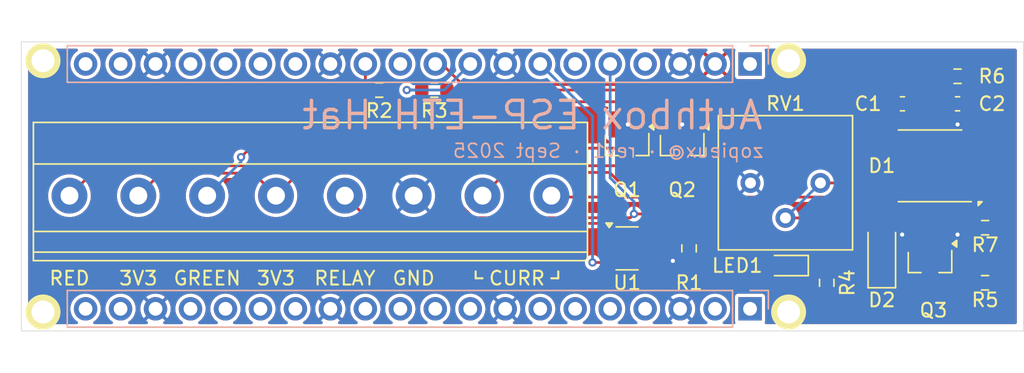
<source format=kicad_pcb>
(kicad_pcb (version 20241229) (generator "pcbnew") (generator_version "9.0")
  (layers (0 "F.Cu" signal) (2 "B.Cu" signal) (13 "F.Paste" user) (15 "B.Paste" user) (5 "F.SilkS" user "F.Silkscreen") (7 "B.SilkS" user "B.Silkscreen") (1 "F.Mask" user) (3 "B.Mask" user) (25 "Edge.Cuts" user))
  (net 0 "")
  (net 1 "Net-(D1-+)")
  (net 2 "GND")
  (net 3 "CURR_LOGIC")
  (net 4 "CURR_A")
  (net 5 "CURR_B")
  (net 6 "+5V")
  (net 7 "Net-(LED1-K)")
  (net 8 "GREEN_LOGIC")
  (net 10 "RED_LOGIC")
  (net 12 "HC_LOGIC")
  (net 14 "+3V3")
  (net 19 "RELAY_OUT")
  (net 20 "LED_GREEN")
  (net 21 "LED_RED")
  (net 25 "Net-(Q1-B)")
  (net 26 "Net-(Q2-B)")
  (net 27 "Net-(Q3-D)")
  (footprint "Diode_SMD:Diode_Bridge_Diotec_ABS" (layer "F.Cu") (at 131.07 103 180)
    (property "Reference" "D1" (at 3.5 0 0) (layer "F.SilkS"))
    (property "Value" "MDB10S")
    (fp_line (start 2.3 2.6) (end -2.3 2.6) (stroke (width 0.12)) (layer "F.SilkS"))
    (fp_line (start 2.3 -2.61) (end -3 -2.61) (stroke (width 0.12)) (layer "F.SilkS"))
    (fp_poly (pts (xy -3.5 -2.61) (xy -3.78 -2.61) (xy -3.5 -2.89) (xy -3.5 -2.61)) (stroke (width 0.12)) (fill yes) (layer "F.SilkS"))
    (pad "1" smd rect (at -2.975 -2 180) (size 1 0.7) (layers "F.Cu" "F.Mask" "F.Paste") (net 1 "Net-(D1-+)"))
    (pad "2" smd rect (at -2.975 2 180) (size 1 0.7) (layers "F.Cu" "F.Mask" "F.Paste") (net 2 "GND"))
    (pad "3" smd rect (at 2.975 2 180) (size 1 0.7) (layers "F.Cu" "F.Mask" "F.Paste") (net 4 "CURR_A"))
    (pad "4" smd rect (at 2.975 -2 180) (size 1 0.7) (layers "F.Cu" "F.Mask" "F.Paste") (net 5 "CURR_B"))
  )
  (footprint "esp32-eth-relay-hat:MountingHole_1.66mm" (layer "F.Cu") (at 120.8 95.37)
    (property "Reference" "MNT4" (hide yes))
    (property "Value" "1.66mm")
    (pad "" np_thru_hole circle (at 0 0) (size 2.54 2.54) (drill 1.66) (layers "*.Mask" "F.SilkS" "Dwgs.User"))
  )
  (footprint "Package_TO_SOT_SMD:SOT-23-5" (layer "F.Cu") (at 109.07 109)
    (property "Reference" "U1" (at 0 2.5 180) (layer "F.SilkS"))
    (property "Value" "MCP1415")
    (fp_line (start 0 -1.56) (end -0.8 -1.56) (stroke (width 0.12)) (layer "F.SilkS"))
    (fp_line (start 0 -1.56) (end 0.8 -1.56) (stroke (width 0.12)) (layer "F.SilkS"))
    (fp_line (start 0 1.56) (end -0.8 1.56) (stroke (width 0.12)) (layer "F.SilkS"))
    (fp_line (start 0 1.56) (end 0.8 1.56) (stroke (width 0.12)) (layer "F.SilkS"))
    (fp_poly (pts (xy -1.3 -1.51) (xy -1.54 -1.84) (xy -1.06 -1.84)) (stroke (width 0.12)) (fill yes) (layer "F.SilkS"))
    (pad "1" smd roundrect (at -1.1375 -0.95) (size 1.325 0.6) (layers "F.Cu" "F.Mask" "F.Paste"))
    (pad "2" smd roundrect (at -1.1375 0) (size 1.325 0.6) (layers "F.Cu" "F.Mask" "F.Paste") (net 6 "+5V"))
    (pad "3" smd roundrect (at -1.1375 0.95) (size 1.325 0.6) (layers "F.Cu" "F.Mask" "F.Paste") (net 12 "HC_LOGIC"))
    (pad "4" smd roundrect (at 1.1375 0.95) (size 1.325 0.6) (layers "F.Cu" "F.Mask" "F.Paste") (net 2 "GND"))
    (pad "5" smd roundrect (at 1.1375 -0.95) (size 1.325 0.6) (layers "F.Cu" "F.Mask" "F.Paste") (net 19 "RELAY_OUT"))
  )
  (footprint "Package_TO_SOT_SMD:SOT-23_Handsoldering" (layer "F.Cu") (at 131.07 110 -90)
    (property "Reference" "Q3" (at 3.5 -0.25 0) (layer "F.SilkS"))
    (property "Value" "2N7002L")
    (fp_line (start 0.76 1.58) (end -0.7 1.58) (stroke (width 0.12)) (layer "F.SilkS"))
    (fp_line (start 0.76 1.58) (end 0.76 0.65) (stroke (width 0.12)) (layer "F.SilkS"))
    (fp_line (start -0.04 -1.58) (end -0.84 -1.58) (stroke (width 0.12)) (layer "F.SilkS"))
    (fp_line (start -0.04 -1.58) (end 0.76 -1.58) (stroke (width 0.12)) (layer "F.SilkS"))
    (fp_line (start 0.76 -1.58) (end 0.76 -0.65) (stroke (width 0.12)) (layer "F.SilkS"))
    (fp_poly (pts (xy -1.34 -1.61) (xy -1.58 -1.94) (xy -1.1 -1.94) (xy -1.34 -1.61)) (stroke (width 0.12)) (fill yes) (layer "F.SilkS"))
    (pad "1" smd roundrect (at -1.5 -0.95 270) (size 1.9 0.8) (layers "F.Cu" "F.Mask" "F.Paste") (net 1 "Net-(D1-+)"))
    (pad "2" smd roundrect (at -1.5 0.95 270) (size 1.9 0.8) (layers "F.Cu" "F.Mask" "F.Paste") (net 2 "GND"))
    (pad "3" smd roundrect (at 1.5 0 270) (size 1.9 0.8) (layers "F.Cu" "F.Mask" "F.Paste") (net 27 "Net-(Q3-D)"))
  )
  (footprint "esp32-eth-relay-hat:MountingHole_1.66mm" (layer "F.Cu") (at 120.8 113.62)
    (property "Reference" "MNT3" (hide yes))
    (property "Value" "1.66mm")
    (pad "" np_thru_hole circle (at 0 0) (size 2.54 2.54) (drill 1.66) (layers "*.Mask" "F.SilkS" "Dwgs.User"))
  )
  (footprint "Resistor_SMD:R_0603_1608Metric_Pad0.98x0.95mm_HandSolder" (layer "F.Cu") (at 91.07 97.5)
    (property "Reference" "R2" (at 0 1.5 0) (layer "F.SilkS"))
    (property "Value" "3k3")
    (fp_line (start -0.254724 -0.5225) (end 0.254724 -0.5225) (stroke (width 0.12)) (layer "F.SilkS"))
    (fp_line (start -0.254724 0.5225) (end 0.254724 0.5225) (stroke (width 0.12)) (layer "F.SilkS"))
    (pad "1" smd roundrect (at -0.9125 0) (size 0.975 0.95) (layers "F.Cu" "F.Mask" "F.Paste") (net 10 "RED_LOGIC"))
    (pad "2" smd roundrect (at 0.9125 0) (size 0.975 0.95) (layers "F.Cu" "F.Mask" "F.Paste") (net 25 "Net-(Q1-B)"))
  )
  (footprint "Diode_SMD:D_SOD-123" (layer "F.Cu") (at 127.57 109.5 90)
    (property "Reference" "D2" (at -3.25 0 180) (layer "F.SilkS"))
    (property "Value" "MMSZ12T")
    (fp_line (start -2.36 -1) (end 1.65 -1) (stroke (width 0.12)) (layer "F.SilkS"))
    (fp_line (start -2.36 -1) (end -2.36 1) (stroke (width 0.12)) (layer "F.SilkS"))
    (fp_line (start -2.36 1) (end 1.65 1) (stroke (width 0.12)) (layer "F.SilkS"))
    (pad "1" smd roundrect (at -1.65 0 90) (size 0.9 1.2) (layers "F.Cu" "F.Mask" "F.Paste") (net 1 "Net-(D1-+)"))
    (pad "2" smd roundrect (at 1.65 0 90) (size 0.9 1.2) (layers "F.Cu" "F.Mask" "F.Paste") (net 2 "GND"))
  )
  (footprint "LED_SMD:LED_0603_1608Metric_Pad1.05x0.95mm_HandSolder" (layer "F.Cu") (at 120.57 110.25 180)
    (property "Reference" "LED1" (at 3.5 0 0) (layer "F.SilkS"))
    (property "Value" "LED")
    (fp_line (start 0.8 -0.735) (end -1.66 -0.735) (stroke (width 0.12)) (layer "F.SilkS"))
    (fp_line (start -1.66 0.735) (end 0.8 0.735) (stroke (width 0.12)) (layer "F.SilkS"))
    (fp_line (start -1.66 -0.735) (end -1.66 0.735) (stroke (width 0.12)) (layer "F.SilkS"))
    (pad "1" smd roundrect (at -0.875 0 180) (size 1.05 0.95) (layers "F.Cu" "F.Mask" "F.Paste") (net 7 "Net-(LED1-K)"))
    (pad "2" smd roundrect (at 0.875 0 180) (size 1.05 0.95) (layers "F.Cu" "F.Mask" "F.Paste") (net 6 "+5V"))
  )
  (footprint "Resistor_SMD:R_0603_1608Metric_Pad0.98x0.95mm_HandSolder" (layer "F.Cu") (at 113.57 109 -90)
    (property "Reference" "R1" (at 2.5 0 0) (layer "F.SilkS"))
    (property "Value" "4k7")
    (fp_line (start -0.254724 0.5225) (end 0.254724 0.5225) (stroke (width 0.12)) (layer "F.SilkS"))
    (fp_line (start -0.254724 -0.5225) (end 0.254724 -0.5225) (stroke (width 0.12)) (layer "F.SilkS"))
    (pad "1" smd roundrect (at -0.9125 0 270) (size 0.975 0.95) (layers "F.Cu" "F.Mask" "F.Paste") (net 14 "+3V3"))
    (pad "2" smd roundrect (at 0.9125 0 270) (size 0.975 0.95) (layers "F.Cu" "F.Mask" "F.Paste") (net 12 "HC_LOGIC"))
  )
  (footprint "Resistor_SMD:R_0603_1608Metric_Pad0.98x0.95mm_HandSolder" (layer "F.Cu") (at 135.07 111.5 180)
    (property "Reference" "R5" (at 0 -1.25 0) (layer "F.SilkS"))
    (property "Value" "100")
    (fp_line (start -0.254724 0.5225) (end 0.254724 0.5225) (stroke (width 0.12)) (layer "F.SilkS"))
    (fp_line (start -0.254724 -0.5225) (end 0.254724 -0.5225) (stroke (width 0.12)) (layer "F.SilkS"))
    (pad "1" smd roundrect (at -0.9125 0 180) (size 0.975 0.95) (layers "F.Cu" "F.Mask" "F.Paste") (net 3 "CURR_LOGIC"))
    (pad "2" smd roundrect (at 0.9125 0 180) (size 0.975 0.95) (layers "F.Cu" "F.Mask" "F.Paste") (net 27 "Net-(Q3-D)"))
  )
  (footprint "Package_TO_SOT_SMD:SOT-23_Handsoldering" (layer "F.Cu") (at 113.07 101.5 -90)
    (property "Reference" "Q2" (at 3.25 0 180) (layer "F.SilkS"))
    (property "Value" "BC846")
    (fp_line (start 0.76 1.58) (end -0.7 1.58) (stroke (width 0.12)) (layer "F.SilkS"))
    (fp_line (start 0.76 1.58) (end 0.76 0.65) (stroke (width 0.12)) (layer "F.SilkS"))
    (fp_line (start -0.04 -1.58) (end -0.84 -1.58) (stroke (width 0.12)) (layer "F.SilkS"))
    (fp_line (start -0.04 -1.58) (end 0.76 -1.58) (stroke (width 0.12)) (layer "F.SilkS"))
    (fp_line (start 0.76 -1.58) (end 0.76 -0.65) (stroke (width 0.12)) (layer "F.SilkS"))
    (fp_poly (pts (xy -1.34 -1.61) (xy -1.58 -1.94) (xy -1.1 -1.94) (xy -1.34 -1.61)) (stroke (width 0.12)) (fill yes) (layer "F.SilkS"))
    (pad "1" smd roundrect (at -1.5 -0.95 270) (size 1.9 0.8) (layers "F.Cu" "F.Mask" "F.Paste") (net 26 "Net-(Q2-B)"))
    (pad "2" smd roundrect (at -1.5 0.95 270) (size 1.9 0.8) (layers "F.Cu" "F.Mask" "F.Paste") (net 2 "GND"))
    (pad "3" smd roundrect (at 1.5 0 270) (size 1.9 0.8) (layers "F.Cu" "F.Mask" "F.Paste") (net 20 "LED_GREEN"))
  )
  (footprint "Package_TO_SOT_SMD:SOT-23_Handsoldering" (layer "F.Cu") (at 109.07 101.5 -90)
    (property "Reference" "Q1" (at 3.25 0 180) (layer "F.SilkS"))
    (property "Value" "BC846")
    (fp_line (start 0.76 1.58) (end -0.7 1.58) (stroke (width 0.12)) (layer "F.SilkS"))
    (fp_line (start 0.76 1.58) (end 0.76 0.65) (stroke (width 0.12)) (layer "F.SilkS"))
    (fp_line (start -0.04 -1.58) (end -0.84 -1.58) (stroke (width 0.12)) (layer "F.SilkS"))
    (fp_line (start -0.04 -1.58) (end 0.76 -1.58) (stroke (width 0.12)) (layer "F.SilkS"))
    (fp_line (start 0.76 -1.58) (end 0.76 -0.65) (stroke (width 0.12)) (layer "F.SilkS"))
    (fp_poly (pts (xy -1.34 -1.61) (xy -1.58 -1.94) (xy -1.1 -1.94) (xy -1.34 -1.61)) (stroke (width 0.12)) (fill yes) (layer "F.SilkS"))
    (pad "1" smd roundrect (at -1.5 -0.95 270) (size 1.9 0.8) (layers "F.Cu" "F.Mask" "F.Paste") (net 25 "Net-(Q1-B)"))
    (pad "2" smd roundrect (at -1.5 0.95 270) (size 1.9 0.8) (layers "F.Cu" "F.Mask" "F.Paste") (net 2 "GND"))
    (pad "3" smd roundrect (at 1.5 0 270) (size 1.9 0.8) (layers "F.Cu" "F.Mask" "F.Paste") (net 21 "LED_RED"))
  )
  (footprint "Resistor_SMD:R_0603_1608Metric_Pad0.98x0.95mm_HandSolder" (layer "F.Cu") (at 133.07 96.5)
    (property "Reference" "R6" (at 2.5 0 0) (layer "F.SilkS"))
    (property "Value" "4k7")
    (fp_line (start -0.254724 -0.5225) (end 0.254724 -0.5225) (stroke (width 0.12)) (layer "F.SilkS"))
    (fp_line (start -0.254724 0.5225) (end 0.254724 0.5225) (stroke (width 0.12)) (layer "F.SilkS"))
    (pad "1" smd roundrect (at -0.9125 0) (size 0.975 0.95) (layers "F.Cu" "F.Mask" "F.Paste") (net 6 "+5V"))
    (pad "2" smd roundrect (at 0.9125 0) (size 0.975 0.95) (layers "F.Cu" "F.Mask" "F.Paste") (net 3 "CURR_LOGIC"))
  )
  (footprint "esp32-eth-relay-hat:MountingHole_1.66mm" (layer "F.Cu") (at 66.65 95.37)
    (property "Reference" "MNT1" (hide yes))
    (property "Value" "1.66mm")
    (pad "" np_thru_hole circle (at 0 0) (size 2.54 2.54) (drill 1.66) (layers "*.Mask" "F.SilkS" "Dwgs.User"))
  )
  (footprint "Resistor_SMD:R_0603_1608Metric_Pad0.98x0.95mm_HandSolder" (layer "F.Cu") (at 95.07 97.5)
    (property "Reference" "R3" (at 0 1.5 0) (layer "F.SilkS"))
    (property "Value" "3k3")
    (fp_line (start -0.254724 -0.5225) (end 0.254724 -0.5225) (stroke (width 0.12)) (layer "F.SilkS"))
    (fp_line (start -0.254724 0.5225) (end 0.254724 0.5225) (stroke (width 0.12)) (layer "F.SilkS"))
    (pad "1" smd roundrect (at -0.9125 0) (size 0.975 0.95) (layers "F.Cu" "F.Mask" "F.Paste") (net 8 "GREEN_LOGIC"))
    (pad "2" smd roundrect (at 0.9125 0) (size 0.975 0.95) (layers "F.Cu" "F.Mask" "F.Paste") (net 26 "Net-(Q2-B)"))
  )
  (footprint "Capacitor_SMD:C_0603_1608Metric_Pad1.08x0.95mm_HandSolder" (layer "F.Cu") (at 129.07 98.5)
    (property "Reference" "C1" (at -2.5 0 0) (layer "F.SilkS"))
    (property "Value" "1µF")
    (fp_line (start -0.146267 -0.51) (end 0.146267 -0.51) (stroke (width 0.12)) (layer "F.SilkS"))
    (fp_line (start -0.146267 0.51) (end 0.146267 0.51) (stroke (width 0.12)) (layer "F.SilkS"))
    (pad "1" smd roundrect (at -0.8625 0) (size 1.075 0.95) (layers "F.Cu" "F.Mask" "F.Paste") (net 1 "Net-(D1-+)"))
    (pad "2" smd roundrect (at 0.8625 0) (size 1.075 0.95) (layers "F.Cu" "F.Mask" "F.Paste") (net 2 "GND"))
  )
  (footprint "Potentiometer_THT:Potentiometer_Bourns_3386P_Vertical" (layer "F.Cu") (at 118.03 104.25 -90)
    (property "Reference" "RV1" (at -5.765 -2.54 180) (layer "F.SilkS"))
    (property "Value" "5M")
    (fp_line (start -4.89 2.335) (end -4.89 -7.415) (stroke (width 0.12)) (layer "F.SilkS"))
    (fp_line (start 4.86 2.335) (end -4.89 2.335) (stroke (width 0.12)) (layer "F.SilkS"))
    (fp_line (start -4.89 -7.415) (end 4.86 -7.415) (stroke (width 0.12)) (layer "F.SilkS"))
    (fp_line (start 4.86 -7.415) (end 4.86 2.335) (stroke (width 0.12)) (layer "F.SilkS"))
    (pad "1" thru_hole circle (at 0 0 270) (size 1.44 1.44) (drill 0.8) (layers "*.Cu" "*.Mask") (net 2 "GND"))
    (pad "2" thru_hole circle (at 2.54 -2.54 270) (size 1.44 1.44) (drill 0.8) (layers "*.Cu" "*.Mask") (net 1 "Net-(D1-+)"))
    (pad "3" thru_hole circle (at 0 -5.08 270) (size 1.44 1.44) (drill 0.8) (layers "*.Cu" "*.Mask") (net 1 "Net-(D1-+)"))
  )
  (footprint "esp32-eth-relay-hat:MountingHole_1.66mm" (layer "F.Cu") (at 66.65 113.62)
    (property "Reference" "MNT2" (hide yes))
    (property "Value" "1.66mm")
    (pad "" np_thru_hole circle (at 0 0) (size 2.54 2.54) (drill 1.66) (layers "*.Mask" "F.SilkS" "Dwgs.User"))
  )
  (footprint "Capacitor_SMD:C_0603_1608Metric_Pad1.08x0.95mm_HandSolder" (layer "F.Cu") (at 133.07 98.5 180)
    (property "Reference" "C2" (at -2.5 0 0) (layer "F.SilkS"))
    (property "Value" "10µF")
    (fp_line (start -0.146267 0.51) (end 0.146267 0.51) (stroke (width 0.12)) (layer "F.SilkS"))
    (fp_line (start -0.146267 -0.51) (end 0.146267 -0.51) (stroke (width 0.12)) (layer "F.SilkS"))
    (pad "1" smd roundrect (at -0.8625 0 180) (size 1.075 0.95) (layers "F.Cu" "F.Mask" "F.Paste") (net 3 "CURR_LOGIC"))
    (pad "2" smd roundrect (at 0.8625 0 180) (size 1.075 0.95) (layers "F.Cu" "F.Mask" "F.Paste") (net 2 "GND"))
  )
  (footprint "Resistor_SMD:R_0603_1608Metric_Pad0.98x0.95mm_HandSolder" (layer "F.Cu") (at 135.07 107.5 180)
    (property "Reference" "R7" (at 0 -1.25 0) (layer "F.SilkS"))
    (property "Value" "10k")
    (fp_line (start -0.254724 0.5225) (end 0.254724 0.5225) (stroke (width 0.12)) (layer "F.SilkS"))
    (fp_line (start -0.254724 -0.5225) (end 0.254724 -0.5225) (stroke (width 0.12)) (layer "F.SilkS"))
    (pad "1" smd roundrect (at -0.9125 0 180) (size 0.975 0.95) (layers "F.Cu" "F.Mask" "F.Paste") (net 3 "CURR_LOGIC"))
    (pad "2" smd roundrect (at 0.9125 0 180) (size 0.975 0.95) (layers "F.Cu" "F.Mask" "F.Paste") (net 2 "GND"))
  )
  (footprint "TerminalBlock_Phoenix:TerminalBlock_Phoenix_MKDS-1,5-8_1x08_P5.00mm_Horizontal" (layer "F.Cu") (at 68.57 105.1725)
    (property "Reference" "J1" (hide yes))
    (property "Value" "Conn_01x08")
    (fp_line (start -2.62 -5.32) (end 37.62 -5.32) (stroke (width 0.12)) (layer "F.SilkS"))
    (fp_line (start -2.62 -2.3) (end 37.62 -2.3) (stroke (width 0.12)) (layer "F.SilkS"))
    (fp_line (start -2.62 2.6) (end 37.62 2.6) (stroke (width 0.12)) (layer "F.SilkS"))
    (fp_line (start -2.62 4.1) (end 37.62 4.1) (stroke (width 0.12)) (layer "F.SilkS"))
    (fp_line (start -2.62 4.72) (end -2.62 -5.32) (stroke (width 0.12)) (layer "F.SilkS"))
    (fp_line (start -0.3 4.72) (end -2.62 4.72) (stroke (width 0.12)) (layer "F.SilkS"))
    (fp_line (start 29.5 5.5) (end 29.5 6) (stroke (width 0.15)) (layer "F.SilkS"))
    (fp_line (start 29.5 6) (end 30 6) (stroke (width 0.15)) (layer "F.SilkS"))
    (fp_line (start 35.5 5.5) (end 35.5 6) (stroke (width 0.1)) (layer "F.SilkS"))
    (fp_line (start 35.5 6) (end 35 6) (stroke (width 0.15)) (layer "F.SilkS"))
    (fp_line (start 35.5 6) (end 35.5 5.5) (stroke (width 0.15)) (layer "F.SilkS"))
    (fp_line (start 37.62 -5.32) (end 37.62 4.72) (stroke (width 0.12)) (layer "F.SilkS"))
    (fp_line (start 37.62 4.72) (end -0.3 4.72) (stroke (width 0.12)) (layer "F.SilkS"))
    (fp_text user "3V3" (at 15 6 0) (layer "F.SilkS"))
    (fp_text user "RELAY" (at 20 6 0) (layer "F.SilkS"))
    (fp_text user "GREEN" (at 10 6 0) (layer "F.SilkS"))
    (fp_text user "CURR" (at 32.5 6 0) (layer "F.SilkS"))
    (fp_text user "GND" (at 25 6 0) (layer "F.SilkS"))
    (fp_text user "3V3" (at 5 6 0) (layer "F.SilkS"))
    (fp_text user "RED" (at 0 6 0) (layer "F.SilkS"))
    (pad "1" thru_hole circle (at 0 0) (size 2.6 2.6) (drill 1.3) (layers "*.Cu" "*.Mask") (net 21 "LED_RED"))
    (pad "2" thru_hole circle (at 5 0) (size 2.6 2.6) (drill 1.3) (layers "*.Cu" "*.Mask") (net 14 "+3V3"))
    (pad "3" thru_hole circle (at 10 0) (size 2.6 2.6) (drill 1.3) (layers "*.Cu" "*.Mask") (net 20 "LED_GREEN"))
    (pad "4" thru_hole circle (at 15 0) (size 2.6 2.6) (drill 1.3) (layers "*.Cu" "*.Mask") (net 14 "+3V3"))
    (pad "5" thru_hole circle (at 20 0) (size 2.6 2.6) (drill 1.3) (layers "*.Cu" "*.Mask") (net 19 "RELAY_OUT"))
    (pad "6" thru_hole circle (at 25 0) (size 2.6 2.6) (drill 1.3) (layers "*.Cu" "*.Mask") (net 2 "GND"))
    (pad "7" thru_hole circle (at 30 0) (size 2.6 2.6) (drill 1.3) (layers "*.Cu" "*.Mask") (net 4 "CURR_A"))
    (pad "8" thru_hole circle (at 35 0) (size 2.6 2.6) (drill 1.3) (layers "*.Cu" "*.Mask") (net 5 "CURR_B"))
  )
  (footprint "Resistor_SMD:R_0603_1608Metric_Pad0.98x0.95mm_HandSolder" (layer "F.Cu") (at 123.57 111.5 -90)
    (property "Reference" "R4" (at 0 -1.5 90) (layer "F.SilkS"))
    (property "Value" "1k")
    (fp_line (start -0.254724 0.5225) (end 0.254724 0.5225) (stroke (width 0.12)) (layer "F.SilkS"))
    (fp_line (start -0.254724 -0.5225) (end 0.254724 -0.5225) (stroke (width 0.12)) (layer "F.SilkS"))
    (pad "1" smd roundrect (at -0.9125 0 270) (size 0.975 0.95) (layers "F.Cu" "F.Mask" "F.Paste") (net 7 "Net-(LED1-K)"))
    (pad "2" smd roundrect (at 0.9125 0 270) (size 0.975 0.95) (layers "F.Cu" "F.Mask" "F.Paste") (net 27 "Net-(Q3-D)"))
  )
  (footprint "Connector_PinSocket_2.54mm:PinSocket_1x20_P2.54mm_Vertical" (layer "B.Cu") (at 118 113.39 90)
    (property "Reference" "J2" (hide yes))
    (property "Value" "Conn_ESP_2")
    (fp_line (start -1.33 -49.59) (end 1.33 -49.59) (stroke (width 0.12)) (layer "B.SilkS"))
    (fp_line (start 1.33 -1.27) (end 1.33 -49.59) (stroke (width 0.12)) (layer "B.SilkS"))
    (fp_line (start -1.33 -1.27) (end -1.33 -49.59) (stroke (width 0.12)) (layer "B.SilkS"))
    (fp_line (start -1.33 -1.27) (end 1.33 -1.27) (stroke (width 0.12)) (layer "B.SilkS"))
    (fp_line (start 1.33 1.33) (end 1.33 0) (stroke (width 0.12)) (layer "B.SilkS"))
    (fp_line (start 0 1.33) (end 1.33 1.33) (stroke (width 0.12)) (layer "B.SilkS"))
    (pad "1" thru_hole rect (at 0 0 90) (size 1.7 1.7) (drill 1) (layers "*.Cu" "*.Mask"))
    (pad "2" thru_hole circle (at 0 -2.54 90) (size 1.7 1.7) (drill 1) (layers "*.Cu" "*.Mask"))
    (pad "3" thru_hole circle (at 0 -5.08 90) (size 1.7 1.7) (drill 1) (layers "*.Cu" "*.Mask") (net 2 "GND"))
    (pad "4" thru_hole circle (at 0 -7.62 90) (size 1.7 1.7) (drill 1) (layers "*.Cu" "*.Mask"))
    (pad "5" thru_hole circle (at 0 -10.16 90) (size 1.7 1.7) (drill 1) (layers "*.Cu" "*.Mask"))
    (pad "6" thru_hole circle (at 0 -12.7 90) (size 1.7 1.7) (drill 1) (layers "*.Cu" "*.Mask"))
    (pad "7" thru_hole circle (at 0 -15.24 90) (size 1.7 1.7) (drill 1) (layers "*.Cu" "*.Mask"))
    (pad "8" thru_hole circle (at 0 -17.78 90) (size 1.7 1.7) (drill 1) (layers "*.Cu" "*.Mask") (net 2 "GND"))
    (pad "9" thru_hole circle (at 0 -20.32 90) (size 1.7 1.7) (drill 1) (layers "*.Cu" "*.Mask"))
    (pad "10" thru_hole circle (at 0 -22.86 90) (size 1.7 1.7) (drill 1) (layers "*.Cu" "*.Mask"))
    (pad "11" thru_hole circle (at 0 -25.4 90) (size 1.7 1.7) (drill 1) (layers "*.Cu" "*.Mask"))
    (pad "12" thru_hole circle (at 0 -27.94 90) (size 1.7 1.7) (drill 1) (layers "*.Cu" "*.Mask"))
    (pad "13" thru_hole circle (at 0 -30.48 90) (size 1.7 1.7) (drill 1) (layers "*.Cu" "*.Mask") (net 2 "GND"))
    (pad "14" thru_hole circle (at 0 -33.02 90) (size 1.7 1.7) (drill 1) (layers "*.Cu" "*.Mask"))
    (pad "15" thru_hole circle (at 0 -35.56 90) (size 1.7 1.7) (drill 1) (layers "*.Cu" "*.Mask"))
    (pad "16" thru_hole circle (at 0 -38.1 90) (size 1.7 1.7) (drill 1) (layers "*.Cu" "*.Mask"))
    (pad "17" thru_hole circle (at 0 -40.64 90) (size 1.7 1.7) (drill 1) (layers "*.Cu" "*.Mask"))
    (pad "18" thru_hole circle (at 0 -43.18 90) (size 1.7 1.7) (drill 1) (layers "*.Cu" "*.Mask") (net 2 "GND"))
    (pad "19" thru_hole circle (at 0 -45.72 90) (size 1.7 1.7) (drill 1) (layers "*.Cu" "*.Mask"))
    (pad "20" thru_hole circle (at 0 -48.26 90) (size 1.7 1.7) (drill 1) (layers "*.Cu" "*.Mask"))
  )
  (footprint "Connector_PinSocket_2.54mm:PinSocket_1x20_P2.54mm_Vertical" (layer "B.Cu") (at 118 95.61 90)
    (property "Reference" "J3" (hide yes))
    (property "Value" "Conn_ESP_1")
    (fp_line (start -1.33 -49.59) (end 1.33 -49.59) (stroke (width 0.12)) (layer "B.SilkS"))
    (fp_line (start 1.33 -1.27) (end 1.33 -49.59) (stroke (width 0.12)) (layer "B.SilkS"))
    (fp_line (start -1.33 -1.27) (end -1.33 -49.59) (stroke (width 0.12)) (layer "B.SilkS"))
    (fp_line (start -1.33 -1.27) (end 1.33 -1.27) (stroke (width 0.12)) (layer "B.SilkS"))
    (fp_line (start 1.33 1.33) (end 1.33 0) (stroke (width 0.12)) (layer "B.SilkS"))
    (fp_line (start 0 1.33) (end 1.33 1.33) (stroke (width 0.12)) (layer "B.SilkS"))
    (pad "1" thru_hole rect (at 0 0 90) (size 1.7 1.7) (drill 1) (layers "*.Cu" "*.Mask"))
    (pad "2" thru_hole circle (at 0 -2.54 90) (size 1.7 1.7) (drill 1) (layers "*.Cu" "*.Mask") (net 6 "+5V"))
    (pad "3" thru_hole circle (at 0 -5.08 90) (size 1.7 1.7) (drill 1) (layers "*.Cu" "*.Mask") (net 2 "GND"))
    (pad "4" thru_hole circle (at 0 -7.62 90) (size 1.7 1.7) (drill 1) (layers "*.Cu" "*.Mask"))
    (pad "5" thru_hole circle (at 0 -10.16 90) (size 1.7 1.7) (drill 1) (layers "*.Cu" "*.Mask") (net 14 "+3V3"))
    (pad "6" thru_hole circle (at 0 -12.7 90) (size 1.7 1.7) (drill 1) (layers "*.Cu" "*.Mask"))
    (pad "7" thru_hole circle (at 0 -15.24 90) (size 1.7 1.7) (drill 1) (layers "*.Cu" "*.Mask") (net 12 "HC_LOGIC"))
    (pad "8" thru_hole circle (at 0 -17.78 90) (size 1.7 1.7) (drill 1) (layers "*.Cu" "*.Mask") (net 2 "GND"))
    (pad "9" thru_hole circle (at 0 -20.32 90) (size 1.7 1.7) (drill 1) (layers "*.Cu" "*.Mask") (net 8 "GREEN_LOGIC"))
    (pad "10" thru_hole circle (at 0 -22.86 90) (size 1.7 1.7) (drill 1) (layers "*.Cu" "*.Mask") (net 3 "CURR_LOGIC"))
    (pad "11" thru_hole circle (at 0 -25.4 90) (size 1.7 1.7) (drill 1) (layers "*.Cu" "*.Mask"))
    (pad "12" thru_hole circle (at 0 -27.94 90) (size 1.7 1.7) (drill 1) (layers "*.Cu" "*.Mask") (net 10 "RED_LOGIC"))
    (pad "13" thru_hole circle (at 0 -30.48 90) (size 1.7 1.7) (drill 1) (layers "*.Cu" "*.Mask") (net 2 "GND"))
    (pad "14" thru_hole circle (at 0 -33.02 90) (size 1.7 1.7) (drill 1) (layers "*.Cu" "*.Mask"))
    (pad "15" thru_hole circle (at 0 -35.56 90) (size 1.7 1.7) (drill 1) (layers "*.Cu" "*.Mask"))
    (pad "16" thru_hole circle (at 0 -38.1 90) (size 1.7 1.7) (drill 1) (layers "*.Cu" "*.Mask"))
    (pad "17" thru_hole circle (at 0 -40.64 90) (size 1.7 1.7) (drill 1) (layers "*.Cu" "*.Mask"))
    (pad "18" thru_hole circle (at 0 -43.18 90) (size 1.7 1.7) (drill 1) (layers "*.Cu" "*.Mask") (net 2 "GND"))
    (pad "19" thru_hole circle (at 0 -45.72 90) (size 1.7 1.7) (drill 1) (layers "*.Cu" "*.Mask"))
    (pad "20" thru_hole circle (at 0 -48.26 90) (size 1.7 1.7) (drill 1) (layers "*.Cu" "*.Mask"))
  )
  (gr_rect (start 65.07 94) (end 137.87 115) (stroke (width 0.05)) (fill no) (layer "Edge.Cuts"))
  (gr_text "Authbox ESP-ETH Hat" (at 119.07 100.5 0) (layer "B.SilkS") (effects (font (size 2 2) (thickness 0.25)) (justify left bottom mirror)))
  (gr_text "zopieux@ ⋅ rev1 ⋅ Sept 2025" (at 119.07 102.5 0) (layer "B.SilkS") (effects (font (size 1 1) (thickness 0.125)) (justify left bottom mirror)))
  (segment (start 129.37 111.15) (end 132.02 108.5) (width 0.2) (layer "F.Cu") (net 1))
  (segment (start 134.045 105.6517) (end 132.9067 106.79) (width 0.2) (layer "F.Cu") (net 1))
  (segment (start 126.1429 104.25) (end 123.11 104.25) (width 0.2) (layer "F.Cu") (net 1))
  (segment (start 128.8967 101.4962) (end 126.1429 104.25) (width 0.2) (layer "F.Cu") (net 1))
  (segment (start 132.02 108.5) (end 132.02 106.79) (width 0.2) (layer "F.Cu") (net 1))
  (segment (start 128.2075 98.5) (end 128.8967 99.1892) (width 0.2) (layer "F.Cu") (net 1))
  (segment (start 127.57 111.15) (end 129.37 111.15) (width 0.2) (layer "F.Cu") (net 1))
  (segment (start 132.02 106.79) (end 120.57 106.79) (width 0.2) (layer "F.Cu") (net 1))
  (segment (start 132.9067 106.79) (end 132.02 106.79) (width 0.2) (layer "F.Cu") (net 1))
  (segment (start 134.045 105) (end 134.045 105.6517) (width 0.2) (layer "F.Cu") (net 1))
  (segment (start 128.8967 99.1892) (end 128.8967 101.4962) (width 0.2) (layer "F.Cu") (net 1))
  (segment (start 120.57 106.79) (end 123.11 104.25) (width 0.2) (layer "B.Cu") (net 1))
  (segment (start 127.72 108) (end 127.57 107.85) (width 0.2) (layer "F.Cu") (net 2))
  (segment (start 133.07 100) (end 133.07 99.3625) (width 0.2) (layer "F.Cu") (net 2))
  (segment (start 133.6575 108) (end 134.1575 107.5) (width 0.2) (layer "F.Cu") (net 2))
  (segment (start 112.07 100) (end 112.12 100) (width 0.2) (layer "F.Cu") (net 2))
  (segment (start 129.045812 108) (end 127.72 108) (width 0.2) (layer "F.Cu") (net 2))
  (segment (start 133.07 99.3625) (end 132.2075 98.5) (width 0.2) (layer "F.Cu") (net 2))
  (segment (start 113.07 100) (end 113.02 99.95) (width 0.2) (layer "F.Cu") (net 2))
  (segment (start 133.07 100.025) (end 134.045 101) (width 0.2) (layer "F.Cu") (net 2))
  (segment (start 112.12 99.95) (end 112.07 100) (width 0.2) (layer "F.Cu") (net 2))
  (segment (start 133.07 108) (end 133.6575 108) (width 0.2) (layer "F.Cu") (net 2))
  (segment (start 129.62 108) (end 130.12 108.5) (width 0.2) (layer "F.Cu") (net 2))
  (segment (start 113.02 99.95) (end 112.12 99.95) (width 0.2) (layer "F.Cu") (net 2))
  (segment (start 112.3921 109.9062) (end 110.2513 109.9062) (width 0.2) (layer "F.Cu") (net 2))
  (segment (start 133.07 100) (end 133.07 100.025) (width 0.2) (layer "F.Cu") (net 2))
  (segment (start 109.12 100) (end 108.12 100) (width 0.2) (layer "F.Cu") (net 2))
  (segment (start 110.2513 109.9062) (end 110.2075 109.95) (width 0.2) (layer "F.Cu") (net 2))
  (segment (start 129.9325 98.5) (end 132.2075 98.5) (width 0.2) (layer "F.Cu") (net 2))
  (segment (start 129.045812 108) (end 129.62 108) (width 0.2) (layer "F.Cu") (net 2))
  (via (at 112.3921 109.9062) (size 0.6) (drill 0.3) (layers "F.Cu" "B.Cu") (net 2))
  (via (at 133.07 108) (size 0.6) (drill 0.3) (layers "F.Cu" "B.Cu") (net 2))
  (via (at 129.045812 108) (size 0.6) (drill 0.3) (layers "F.Cu" "B.Cu") (net 2))
  (via (at 113.07 100) (size 0.6) (drill 0.3) (layers "F.Cu" "B.Cu") (net 2))
  (via (at 109.12 100) (size 0.6) (drill 0.3) (layers "F.Cu" "B.Cu") (net 2))
  (via (at 133.07 100) (size 0.6) (drill 0.3) (layers "F.Cu" "B.Cu") (net 2))
  (segment (start 111.6861 97.099) (end 113.0871 98.5) (width 0.2) (layer "F.Cu") (net 3))
  (segment (start 97.1099 97.099) (end 111.6861 97.099) (width 0.2) (layer "F.Cu") (net 3))
  (segment (start 135.9825 107.5) (end 135.9825 100.55) (width 0.2) (layer "F.Cu") (net 3))
  (segment (start 95.6209 95.61) (end 97.1099 97.099) (width 0.2) (layer "F.Cu") (net 3))
  (segment (start 133.9325 97.2863) (end 133.9825 97.2363) (width 0.2) (layer "F.Cu") (net 3))
  (segment (start 95.14 95.61) (end 95.6209 95.61) (width 0.2) (layer "F.Cu") (net 3))
  (segment (start 133.9325 98.5) (end 133.9325 97.2863) (width 0.2) (layer "F.Cu") (net 3))
  (segment (start 113.0871 98.5) (end 123.5405 98.5) (width 0.2) (layer "F.Cu") (net 3))
  (segment (start 123.5405 98.5) (end 124.7542 97.2863) (width 0.2) (layer "F.Cu") (net 3))
  (segment (start 135.9825 100.55) (end 133.9325 98.5) (width 0.2) (layer "F.Cu") (net 3))
  (segment (start 124.7542 97.2863) (end 133.9325 97.2863) (width 0.2) (layer "F.Cu") (net 3))
  (segment (start 133.9825 97.2363) (end 133.9825 96.5) (width 0.2) (layer "F.Cu") (net 3))
  (segment (start 135.9825 107.5) (end 135.9825 111.5) (width 0.2) (layer "F.Cu") (net 3))
  (segment (start 108.5795 104.2604) (end 114.5946 104.2604) (width 0.2) (layer "F.Cu") (net 4))
  (segment (start 114.5946 104.2604) (end 117.855 101) (width 0.2) (layer "F.Cu") (net 4))
  (segment (start 98.57 105.1725) (end 100.2563 103.4862) (width 0.2) (layer "F.Cu") (net 4))
  (segment (start 107.8053 103.4862) (end 108.5795 104.2604) (width 0.2) (layer "F.Cu") (net 4))
  (segment (start 117.855 101) (end 128.095 101) (width 0.2) (layer "F.Cu") (net 4))
  (segment (start 100.2563 103.4862) (end 107.8053 103.4862) (width 0.2) (layer "F.Cu") (net 4))
  (segment (start 127.2933 105) (end 127.0176 105.2757) (width 0.2) (layer "F.Cu") (net 5))
  (segment (start 127.0176 105.2757) (end 103.6732 105.2757) (width 0.2) (layer "F.Cu") (net 5))
  (segment (start 128.095 105) (end 127.2933 105) (width 0.2) (layer "F.Cu") (net 5))
  (segment (start 103.6732 105.2757) (end 103.57 105.1725) (width 0.2) (layer "F.Cu") (net 5))
  (segment (start 121.7825 110.5875) (end 121.445 110.25) (width 0.2) (layer "F.Cu") (net 7))
  (segment (start 123.57 110.5875) (end 121.7825 110.5875) (width 0.2) (layer "F.Cu") (net 7))
  (segment (start 93.07 97.5) (end 94.1575 97.5) (width 0.2) (layer "F.Cu") (net 8))
  (via (at 93.07 97.5) (size 0.6) (drill 0.3) (layers "F.Cu" "B.Cu") (net 8))
  (segment (start 95.79 97.5) (end 97.68 95.61) (width 0.2) (layer "B.Cu") (net 8))
  (segment (start 93.07 97.5) (end 95.79 97.5) (width 0.2) (layer "B.Cu") (net 8))
  (segment (start 90.1575 97.5) (end 90.06 97.4025) (width 0.2) (layer "F.Cu") (net 10))
  (segment (start 90.06 97.4025) (end 90.06 95.61) (width 0.2) (layer "F.Cu") (net 10))
  (segment (start 112.9476 109.2901) (end 113.57 109.9125) (width 0.2) (layer "F.Cu") (net 12))
  (segment (start 106.5597 110.0253) (end 107.8572 110.0253) (width 0.2) (layer "F.Cu") (net 12))
  (segment (start 109.1655 109.2901) (end 112.9476 109.2901) (width 0.2) (layer "F.Cu") (net 12))
  (segment (start 108.5056 109.95) (end 109.1655 109.2901) (width 0.2) (layer "F.Cu") (net 12))
  (segment (start 107.9325 109.95) (end 108.5056 109.95) (width 0.2) (layer "F.Cu") (net 12))
  (segment (start 107.8572 110.0253) (end 107.9325 109.95) (width 0.2) (layer "F.Cu") (net 12))
  (via (at 106.5597 110.0253) (size 0.6) (drill 0.3) (layers "F.Cu" "B.Cu") (net 12))
  (segment (start 102.76 95.61) (end 106.5597 99.4097) (width 0.2) (layer "B.Cu") (net 12))
  (segment (start 106.5597 99.4097) (end 106.5597 110.0253) (width 0.2) (layer "B.Cu") (net 12))
  (segment (start 109.2911 106.7789) (end 97.9085 106.7789) (width 0.2) (layer "F.Cu") (net 14))
  (segment (start 81.9364 103.5389) (end 83.57 105.1725) (width 0.2) (layer "F.Cu") (net 14))
  (segment (start 109.57 106.5) (end 109.2911 106.7789) (width 0.2) (layer "F.Cu") (net 14))
  (segment (start 109.57 106.5) (end 111.9825 106.5) (width 0.2) (layer "F.Cu") (net 14))
  (segment (start 85.2036 103.5389) (end 83.57 105.1725) (width 0.2) (layer "F.Cu") (net 14))
  (segment (start 97.9085 106.7789) (end 94.6685 103.5389) (width 0.2) (layer "F.Cu") (net 14))
  (segment (start 75.2036 103.5389) (end 81.9364 103.5389) (width 0.2) (layer "F.Cu") (net 14))
  (segment (start 73.57 105.1725) (end 75.2036 103.5389) (width 0.2) (layer "F.Cu") (net 14))
  (segment (start 111.9825 106.5) (end 113.57 108.0875) (width 0.2) (layer "F.Cu") (net 14))
  (segment (start 94.6685 103.5389) (end 85.2036 103.5389) (width 0.2) (layer "F.Cu") (net 14))
  (via (at 109.57 106.5) (size 0.6) (drill 0.3) (layers "F.Cu" "B.Cu") (net 14))
  (segment (start 107.84 103.8766) (end 107.84 95.61) (width 0.2) (layer "B.Cu") (net 14))
  (segment (start 109.57 106.5) (end 109.57 105.6066) (width 0.2) (layer "B.Cu") (net 14))
  (segment (start 109.57 105.6066) (end 107.84 103.8766) (width 0.2) (layer "B.Cu") (net 14))
  (segment (start 88.57 105.1725) (end 90.5828 107.1853) (width 0.2) (layer "F.Cu") (net 19))
  (segment (start 103.7834 107.1868) (end 107.6693 107.1868) (width 0.2) (layer "F.Cu") (net 19))
  (segment (start 107.6708 107.1853) (end 109.3428 107.1853) (width 0.2) (layer "F.Cu") (net 19))
  (segment (start 90.5828 107.1853) (end 103.7819 107.1853) (width 0.2) (layer "F.Cu") (net 19))
  (segment (start 109.3428 107.1853) (end 110.2075 108.05) (width 0.2) (layer "F.Cu") (net 19))
  (segment (start 107.6693 107.1868) (end 107.6708 107.1853) (width 0.2) (layer "F.Cu") (net 19))
  (segment (start 103.7819 107.1853) (end 103.7834 107.1868) (width 0.2) (layer "F.Cu") (net 19))
  (segment (start 81.682 101.723) (end 111.793 101.723) (width 0.2) (layer "F.Cu") (net 20))
  (segment (start 81.03 102.375) (end 81.682 101.723) (width 0.2) (layer "F.Cu") (net 20))
  (segment (start 111.793 101.723) (end 113.07 103) (width 0.2) (layer "F.Cu") (net 20))
  (via (at 81.03 102.375) (size 0.6) (drill 0.3) (layers "F.Cu" "B.Cu") (net 20))
  (segment (start 78.57 105.1725) (end 81.03 102.7125) (width 0.2) (layer "B.Cu") (net 20))
  (segment (start 81.03 102.7125) (end 81.03 102.375) (width 0.2) (layer "B.Cu") (net 20))
  (segment (start 70.7425 103) (end 68.57 105.1725) (width 0.2) (layer "F.Cu") (net 21))
  (segment (start 109.07 103) (end 70.7425 103) (width 0.2) (layer "F.Cu") (net 21))
  (segment (start 110.02 100) (end 108.3707 98.3507) (width 0.2) (layer "F.Cu") (net 25))
  (segment (start 108.3707 98.3507) (end 92.8332 98.3507) (width 0.2) (layer "F.Cu") (net 25))
  (segment (start 92.8332 98.3507) (end 91.9825 97.5) (width 0.2) (layer "F.Cu") (net 25))
  (segment (start 114.02 100) (end 111.52 97.5) (width 0.2) (layer "F.Cu") (net 26))
  (segment (start 111.52 97.5) (end 95.9825 97.5) (width 0.2) (layer "F.Cu") (net 26))
  (segment (start 123.57 112.4125) (end 130.1575 112.4125) (width 0.2) (layer "F.Cu") (net 27))
  (segment (start 130.1575 112.4125) (end 131.07 111.5) (width 0.2) (layer "F.Cu") (net 27))
  (segment (start 134.1575 111.5) (end 131.07 111.5) (width 0.2) (layer "F.Cu") (net 27))
  (zone (net 6) (net_name "+5V") (layer "F.Cu") (connect_pads (clearance 0.25)) (min_thickness 0.2) (fill yes (thermal_gap 0.25) (thermal_bridge_width 0.25))
    (polygon (pts (xy 65.57 94.5) (xy 65.57 114.5) (xy 137.57 114.5) (xy 137.57 94.5)))
  )
  (zone (net 2) (net_name "GND") (layer "B.Cu") (priority 1) (connect_pads (clearance 0.25)) (min_thickness 0.2) (fill yes (thermal_gap 0.25) (thermal_bridge_width 0.25))
    (polygon (pts (xy 65.57 94.5) (xy 65.57 114.5) (xy 137.57 114.496818) (xy 137.57 94.5)))
  )
)
</source>
